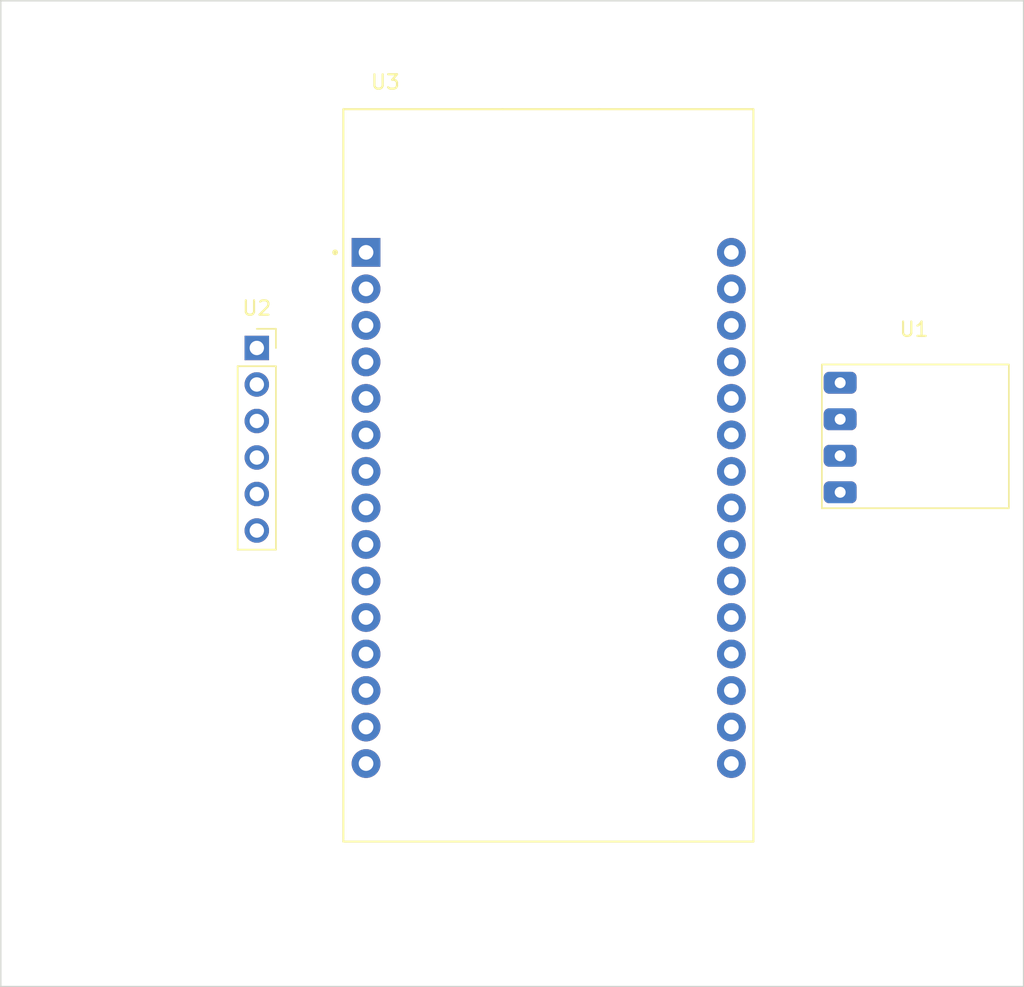
<source format=kicad_pcb>
(kicad_pcb (version 20211014) (generator pcbnew)
  (layers (0 "F.Cu" signal) (31 "B.Cu" signal) (34 "B.Paste" user) (35 "F.Paste" user) (36 "B.SilkS" user "B.Silkscreen") (37 "F.SilkS" user "F.Silkscreen") (38 "B.Mask" user) (39 "F.Mask" user) (44 "Edge.Cuts" user))
  (net 0 "")
  (net 1 "GND")
  (net 2 "3.3v")
  (net 3 "BMPSCL")
  (net 4 "BMPSDA")
  (net 5 "SPICS")
  (net 6 "SPIMiso")
  (net 7 "SPIClk")
  (net 8 "SPIMosi")
  (footprint "BMP:BMP180" (layer "F.Cu") (at 148.535 101.505)
    (fp_text reference "U1" (at 6.405 -12.605 unlocked) (layer "F.SilkS"))
    (fp_text value "BMP180")
    (fp_rect (start 0 -0.16) (end 13 -10.16) (layer "F.SilkS") (width 0.12) (fill none))
    (pad "1" thru_hole roundrect (at 1.27 -1.27) (size 2.286 1.524) (drill 0.762) (layers *.Cu *.Mask) (net 2 "3.3v"))
    (pad "2" thru_hole roundrect (at 1.27 -3.81) (size 2.286 1.524) (drill 0.762) (layers *.Cu *.Mask) (net 1 "GND"))
    (pad "3" thru_hole roundrect (at 1.27 -6.35) (size 2.286 1.524) (drill 0.762) (layers *.Cu *.Mask) (net 3 "BMPSCL"))
    (pad "4" thru_hole roundrect (at 1.27 -8.89) (size 2.286 1.524) (drill 0.762) (layers *.Cu *.Mask) (net 4 "BMPSDA"))
  )
  (footprint "ESP32-DEVKIT-V1:MODULE_ESP32_DEVKIT_V1" (layer "F.Cu") (at 129.54 99.06)
    (fp_text reference "U3" (at -11.355 -27.36) (layer "F.SilkS"))
    (fp_text value "ESP32-DEVKIT-V1")
    (fp_line (start -14.28 -25.475) (end 14.23 -25.475) (layer "F.SilkS") (width 0.127))
    (fp_line (start 14.23 -25.475) (end 14.23 25.475) (layer "F.SilkS") (width 0.127))
    (fp_line (start -3.211 -25.475) (end 3.5 -25.475) (layer "F.SilkS") (width 0.127))
    (fp_line (start 14.23 -25.475) (end 14.23 25.475) (layer "F.SilkS") (width 0.127))
    (fp_line (start 3.5 -25.475) (end 14.23 -25.475) (layer "F.SilkS") (width 0.127))
    (fp_line (start 8.78 25.475) (end 14.23 25.475) (layer "F.SilkS") (width 0.127))
    (fp_line (start 14.23 25.475) (end -14.28 25.475) (layer "F.SilkS") (width 0.127))
    (fp_line (start -14.28 25.475) (end -14.28 -25.475) (layer "F.SilkS") (width 0.127))
    (fp_line (start -14.28 25.475) (end -8.91 25.475) (layer "F.SilkS") (width 0.127))
    (fp_line (start -14.28 25.475) (end -14.28 -25.475) (layer "F.SilkS") (width 0.127))
    (fp_line (start -8.91 25.475) (end 8.78 25.475) (layer "F.SilkS") (width 0.127))
    (fp_line (start -14.28 -25.475) (end -3.211 -25.475) (layer "F.SilkS") (width 0.127))
    (fp_circle (center -14.85 -15.515) (end -14.75 -15.515) (layer "F.SilkS") (width 0.2) (fill none))
    (pad "" np_thru_hole circle locked (at 12.23 -23.475) (size 3 3) (drill 3) (layers *.Cu *.Mask))
    (pad "" np_thru_hole circle locked (at -12.28 -23.475) (size 3 3) (drill 3) (layers *.Cu *.Mask))
    (pad "" np_thru_hole circle locked (at -12.28 23.475) (size 3 3) (drill 3) (layers *.Cu *.Mask))
    (pad "" np_thru_hole circle locked (at 12.23 23.475) (size 3 3) (drill 3) (layers *.Cu *.Mask))
    (pad "1" thru_hole rect locked (at -12.7 -15.515) (size 2 2) (drill 1.02) (layers *.Cu *.Mask) (net 2 "3.3v"))
    (pad "2" thru_hole circle locked (at -12.7 -12.975) (size 2 2) (drill 1.02) (layers *.Cu *.Mask) (net 1 "GND"))
    (pad "3" thru_hole circle locked (at -12.7 -10.435) (size 2 2) (drill 1.02) (layers *.Cu *.Mask))
    (pad "4" thru_hole circle locked (at -12.7 -7.895) (size 2 2) (drill 1.02) (layers *.Cu *.Mask))
    (pad "5" thru_hole circle locked (at -12.7 -5.355) (size 2 2) (drill 1.02) (layers *.Cu *.Mask) (net 5 "SPICS"))
    (pad "6" thru_hole circle locked (at -12.7 -2.815) (size 2 2) (drill 1.02) (layers *.Cu *.Mask))
    (pad "7" thru_hole circle locked (at -12.7 -0.275) (size 2 2) (drill 1.02) (layers *.Cu *.Mask))
    (pad "8" thru_hole circle locked (at -12.7 2.265) (size 2 2) (drill 1.02) (layers *.Cu *.Mask))
    (pad "9" thru_hole circle locked (at -12.7 4.805) (size 2 2) (drill 1.02) (layers *.Cu *.Mask) (net 7 "SPIClk"))
    (pad "10" thru_hole circle locked (at -12.7 7.345) (size 2 2) (drill 1.02) (layers *.Cu *.Mask) (net 6 "SPIMiso"))
    (pad "11" thru_hole circle locked (at -12.7 9.885) (size 2 2) (drill 1.02) (layers *.Cu *.Mask) (net 4 "BMPSDA"))
    (pad "12" thru_hole circle locked (at -12.7 12.425) (size 2 2) (drill 1.02) (layers *.Cu *.Mask))
    (pad "13" thru_hole circle locked (at -12.7 14.965) (size 2 2) (drill 1.02) (layers *.Cu *.Mask))
    (pad "14" thru_hole circle locked (at -12.7 17.505) (size 2 2) (drill 1.02) (layers *.Cu *.Mask) (net 3 "BMPSCL"))
    (pad "15" thru_hole circle locked (at -12.7 20.045) (size 2 2) (drill 1.02) (layers *.Cu *.Mask) (net 8 "SPIMosi"))
    (pad "16" thru_hole circle locked (at 12.7 20.045) (size 2 2) (drill 1.02) (layers *.Cu *.Mask))
    (pad "17" thru_hole circle locked (at 12.7 17.505) (size 2 2) (drill 1.02) (layers *.Cu *.Mask))
    (pad "18" thru_hole circle locked (at 12.7 14.965) (size 2 2) (drill 1.02) (layers *.Cu *.Mask))
    (pad "19" thru_hole circle locked (at 12.7 12.425) (size 2 2) (drill 1.02) (layers *.Cu *.Mask))
    (pad "20" thru_hole circle locked (at 12.7 9.885) (size 2 2) (drill 1.02) (layers *.Cu *.Mask))
    (pad "21" thru_hole circle locked (at 12.7 7.345) (size 2 2) (drill 1.02) (layers *.Cu *.Mask))
    (pad "22" thru_hole circle locked (at 12.7 4.805) (size 2 2) (drill 1.02) (layers *.Cu *.Mask))
    (pad "23" thru_hole circle locked (at 12.7 2.265) (size 2 2) (drill 1.02) (layers *.Cu *.Mask))
    (pad "24" thru_hole circle locked (at 12.7 -0.275) (size 2 2) (drill 1.02) (layers *.Cu *.Mask))
    (pad "25" thru_hole circle locked (at 12.7 -2.815) (size 2 2) (drill 1.02) (layers *.Cu *.Mask))
    (pad "26" thru_hole circle locked (at 12.7 -5.355) (size 2 2) (drill 1.02) (layers *.Cu *.Mask))
    (pad "27" thru_hole circle locked (at 12.7 -7.895) (size 2 2) (drill 1.02) (layers *.Cu *.Mask))
    (pad "28" thru_hole circle locked (at 12.7 -10.435) (size 2 2) (drill 1.02) (layers *.Cu *.Mask))
    (pad "29" thru_hole circle locked (at 12.7 -12.975) (size 2 2) (drill 1.02) (layers *.Cu *.Mask) (net 1 "GND"))
    (pad "30" thru_hole circle locked (at 12.7 -15.515) (size 2 2) (drill 1.02) (layers *.Cu *.Mask))
  )
  (footprint "Connector_PinSocket_2.54mm:PinSocket_1x06_P2.54mm_Vertical" (layer "F.Cu") (at 109.245 90.195)
    (fp_text reference "U2" (at 0 -2.77) (layer "F.SilkS"))
    (fp_text value "W25Q32")
    (fp_line (start 1.33 -1.33) (end 1.33 0) (layer "F.SilkS") (width 0.12))
    (fp_line (start -1.33 1.27) (end 1.33 1.27) (layer "F.SilkS") (width 0.12))
    (fp_line (start -1.33 14.03) (end 1.33 14.03) (layer "F.SilkS") (width 0.12))
    (fp_line (start -1.33 1.27) (end -1.33 14.03) (layer "F.SilkS") (width 0.12))
    (fp_line (start 1.33 1.27) (end 1.33 14.03) (layer "F.SilkS") (width 0.12))
    (fp_line (start 0 -1.33) (end 1.33 -1.33) (layer "F.SilkS") (width 0.12))
    (pad "1" thru_hole rect (at 0 0) (size 1.7 1.7) (drill 1) (layers *.Cu *.Mask) (net 2 "3.3v"))
    (pad "2" thru_hole oval (at 0 2.54) (size 1.7 1.7) (drill 1) (layers *.Cu *.Mask) (net 5 "SPICS"))
    (pad "3" thru_hole oval (at 0 5.08) (size 1.7 1.7) (drill 1) (layers *.Cu *.Mask) (net 6 "SPIMiso"))
    (pad "4" thru_hole oval (at 0 7.62) (size 1.7 1.7) (drill 1) (layers *.Cu *.Mask) (net 1 "GND"))
    (pad "5" thru_hole oval (at 0 10.16) (size 1.7 1.7) (drill 1) (layers *.Cu *.Mask) (net 7 "SPIClk"))
    (pad "6" thru_hole oval (at 0 12.7) (size 1.7 1.7) (drill 1) (layers *.Cu *.Mask) (net 8 "SPIMosi"))
  )
  (gr_rect (start 91.44 66.04) (end 162.56 134.62) (layer "Edge.Cuts") (width 0.1) (fill none))
)
</source>
